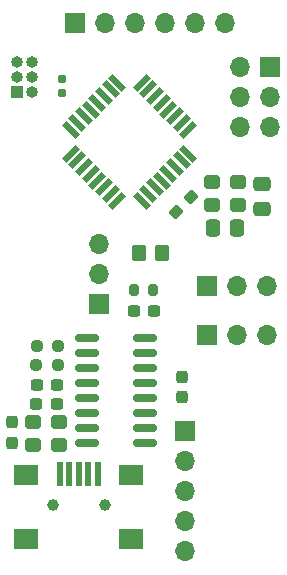
<source format=gbr>
%TF.GenerationSoftware,KiCad,Pcbnew,7.0.5*%
%TF.CreationDate,2023-08-19T22:28:29+02:00*%
%TF.ProjectId,programmer,70726f67-7261-46d6-9d65-722e6b696361,rev?*%
%TF.SameCoordinates,Original*%
%TF.FileFunction,Soldermask,Top*%
%TF.FilePolarity,Negative*%
%FSLAX46Y46*%
G04 Gerber Fmt 4.6, Leading zero omitted, Abs format (unit mm)*
G04 Created by KiCad (PCBNEW 7.0.5) date 2023-08-19 22:28:29*
%MOMM*%
%LPD*%
G01*
G04 APERTURE LIST*
G04 Aperture macros list*
%AMRoundRect*
0 Rectangle with rounded corners*
0 $1 Rounding radius*
0 $2 $3 $4 $5 $6 $7 $8 $9 X,Y pos of 4 corners*
0 Add a 4 corners polygon primitive as box body*
4,1,4,$2,$3,$4,$5,$6,$7,$8,$9,$2,$3,0*
0 Add four circle primitives for the rounded corners*
1,1,$1+$1,$2,$3*
1,1,$1+$1,$4,$5*
1,1,$1+$1,$6,$7*
1,1,$1+$1,$8,$9*
0 Add four rect primitives between the rounded corners*
20,1,$1+$1,$2,$3,$4,$5,0*
20,1,$1+$1,$4,$5,$6,$7,0*
20,1,$1+$1,$6,$7,$8,$9,0*
20,1,$1+$1,$8,$9,$2,$3,0*%
%AMRotRect*
0 Rectangle, with rotation*
0 The origin of the aperture is its center*
0 $1 length*
0 $2 width*
0 $3 Rotation angle, in degrees counterclockwise*
0 Add horizontal line*
21,1,$1,$2,0,0,$3*%
G04 Aperture macros list end*
%ADD10R,1.700000X1.700000*%
%ADD11O,1.700000X1.700000*%
%ADD12RoundRect,0.237500X0.237500X-0.300000X0.237500X0.300000X-0.237500X0.300000X-0.237500X-0.300000X0*%
%ADD13RoundRect,0.237500X-0.237500X0.300000X-0.237500X-0.300000X0.237500X-0.300000X0.237500X0.300000X0*%
%ADD14RoundRect,0.300000X-0.400000X-0.300000X0.400000X-0.300000X0.400000X0.300000X-0.400000X0.300000X0*%
%ADD15RoundRect,0.237500X-0.250000X-0.237500X0.250000X-0.237500X0.250000X0.237500X-0.250000X0.237500X0*%
%ADD16RoundRect,0.237500X-0.300000X-0.237500X0.300000X-0.237500X0.300000X0.237500X-0.300000X0.237500X0*%
%ADD17RoundRect,0.160000X-0.160000X0.197500X-0.160000X-0.197500X0.160000X-0.197500X0.160000X0.197500X0*%
%ADD18RoundRect,0.237500X0.044194X0.380070X-0.380070X-0.044194X-0.044194X-0.380070X0.380070X0.044194X0*%
%ADD19RoundRect,0.300000X0.400000X0.300000X-0.400000X0.300000X-0.400000X-0.300000X0.400000X-0.300000X0*%
%ADD20R,1.000000X1.000000*%
%ADD21O,1.000000X1.000000*%
%ADD22RoundRect,0.250000X0.337500X0.475000X-0.337500X0.475000X-0.337500X-0.475000X0.337500X-0.475000X0*%
%ADD23RoundRect,0.250000X0.350000X0.450000X-0.350000X0.450000X-0.350000X-0.450000X0.350000X-0.450000X0*%
%ADD24RoundRect,0.237500X0.300000X0.237500X-0.300000X0.237500X-0.300000X-0.237500X0.300000X-0.237500X0*%
%ADD25RoundRect,0.150000X-0.825000X-0.150000X0.825000X-0.150000X0.825000X0.150000X-0.825000X0.150000X0*%
%ADD26C,1.000000*%
%ADD27R,0.500000X2.000000*%
%ADD28R,2.000000X1.700000*%
%ADD29RotRect,1.600000X0.550000X135.000000*%
%ADD30RotRect,1.600000X0.550000X225.000000*%
%ADD31RoundRect,0.200000X0.200000X0.275000X-0.200000X0.275000X-0.200000X-0.275000X0.200000X-0.275000X0*%
%ADD32RoundRect,0.237500X0.250000X0.237500X-0.250000X0.237500X-0.250000X-0.237500X0.250000X-0.237500X0*%
%ADD33RoundRect,0.250000X0.475000X-0.337500X0.475000X0.337500X-0.475000X0.337500X-0.475000X-0.337500X0*%
G04 APERTURE END LIST*
D10*
%TO.C,J3*%
X87687000Y-68565000D03*
D11*
X87687000Y-66025000D03*
X87687000Y-63485000D03*
%TD*%
D10*
%TO.C,J4*%
X95000000Y-79380000D03*
D11*
X95000000Y-81920000D03*
X95000000Y-84460000D03*
X95000000Y-87000000D03*
X95000000Y-89540000D03*
%TD*%
D10*
%TO.C,J5*%
X85725000Y-44831000D03*
D11*
X88265000Y-44831000D03*
X90805000Y-44831000D03*
X93345000Y-44831000D03*
X95885000Y-44831000D03*
X98425000Y-44831000D03*
%TD*%
D12*
%TO.C,C7*%
X80389000Y-80354500D03*
X80389000Y-78629500D03*
%TD*%
D10*
%TO.C,SW101*%
X96901000Y-67056000D03*
D11*
X99441000Y-67056000D03*
X101981000Y-67056000D03*
%TD*%
D13*
%TO.C,C9*%
X94742000Y-74775000D03*
X94742000Y-76500000D03*
%TD*%
D14*
%TO.C,Y1*%
X97282000Y-60198000D03*
X99482000Y-60198000D03*
X99482000Y-58298000D03*
X97282000Y-58298000D03*
%TD*%
D15*
%TO.C,R5*%
X82421000Y-73777000D03*
X84246000Y-73777000D03*
%TD*%
D16*
%TO.C,C8*%
X82471000Y-75428000D03*
X84196000Y-75428000D03*
%TD*%
D17*
%TO.C,R2*%
X84582000Y-49567500D03*
X84582000Y-50762500D03*
%TD*%
D18*
%TO.C,C2*%
X95478880Y-59588120D03*
X94259120Y-60807880D03*
%TD*%
D19*
%TO.C,Y2*%
X84367000Y-78603000D03*
X82167000Y-78603000D03*
X82167000Y-80503000D03*
X84367000Y-80503000D03*
%TD*%
D10*
%TO.C,SW2*%
X96901000Y-71247000D03*
D11*
X99441000Y-71247000D03*
X101981000Y-71247000D03*
%TD*%
D20*
%TO.C,U1*%
X80762000Y-50678000D03*
D21*
X82032000Y-50678000D03*
X80762000Y-49408000D03*
X82032000Y-49408000D03*
X80762000Y-48138000D03*
X82032000Y-48138000D03*
%TD*%
D22*
%TO.C,C1*%
X99419500Y-62169000D03*
X97344500Y-62169000D03*
%TD*%
D23*
%TO.C,R3*%
X93075000Y-64262000D03*
X91075000Y-64262000D03*
%TD*%
D24*
%TO.C,C5*%
X92362500Y-69205000D03*
X90637500Y-69205000D03*
%TD*%
D25*
%TO.C,U3*%
X86679000Y-71501000D03*
X86679000Y-72771000D03*
X86679000Y-74041000D03*
X86679000Y-75311000D03*
X86679000Y-76581000D03*
X86679000Y-77851000D03*
X86679000Y-79121000D03*
X86679000Y-80391000D03*
X91629000Y-80391000D03*
X91629000Y-79121000D03*
X91629000Y-77851000D03*
X91629000Y-76581000D03*
X91629000Y-75311000D03*
X91629000Y-74041000D03*
X91629000Y-72771000D03*
X91629000Y-71501000D03*
%TD*%
D26*
%TO.C,J1*%
X83800000Y-85666000D03*
X88200000Y-85666000D03*
D27*
X84400000Y-82966000D03*
X85200000Y-82966000D03*
X86000000Y-82966000D03*
X86800000Y-82966000D03*
X87600000Y-82966000D03*
D28*
X81550000Y-83066000D03*
X81550000Y-88516000D03*
X90450000Y-83066000D03*
X90450000Y-88516000D03*
%TD*%
D29*
%TO.C,U2*%
X91322305Y-59849103D03*
X91887990Y-59283417D03*
X92453676Y-58717732D03*
X93019361Y-58152047D03*
X93585047Y-57586361D03*
X94150732Y-57020676D03*
X94716417Y-56454990D03*
X95282103Y-55889305D03*
D30*
X95282103Y-53838695D03*
X94716417Y-53273010D03*
X94150732Y-52707324D03*
X93585047Y-52141639D03*
X93019361Y-51575953D03*
X92453676Y-51010268D03*
X91887990Y-50444583D03*
X91322305Y-49878897D03*
D29*
X89271695Y-49878897D03*
X88706010Y-50444583D03*
X88140324Y-51010268D03*
X87574639Y-51575953D03*
X87008953Y-52141639D03*
X86443268Y-52707324D03*
X85877583Y-53273010D03*
X85311897Y-53838695D03*
D30*
X85311897Y-55889305D03*
X85877583Y-56454990D03*
X86443268Y-57020676D03*
X87008953Y-57586361D03*
X87574639Y-58152047D03*
X88140324Y-58717732D03*
X88706010Y-59283417D03*
X89271695Y-59849103D03*
%TD*%
D24*
%TO.C,C6*%
X84146000Y-77079000D03*
X82421000Y-77079000D03*
%TD*%
D31*
%TO.C,C4*%
X92298500Y-67427000D03*
X90648500Y-67427000D03*
%TD*%
D10*
%TO.C,J2*%
X102235000Y-48535000D03*
D11*
X99695000Y-48535000D03*
X102235000Y-51075000D03*
X99695000Y-51075000D03*
X102235000Y-53615000D03*
X99695000Y-53615000D03*
%TD*%
D32*
%TO.C,R4*%
X84269500Y-72126000D03*
X82444500Y-72126000D03*
%TD*%
D33*
%TO.C,C3*%
X101557000Y-60539500D03*
X101557000Y-58464500D03*
%TD*%
M02*

</source>
